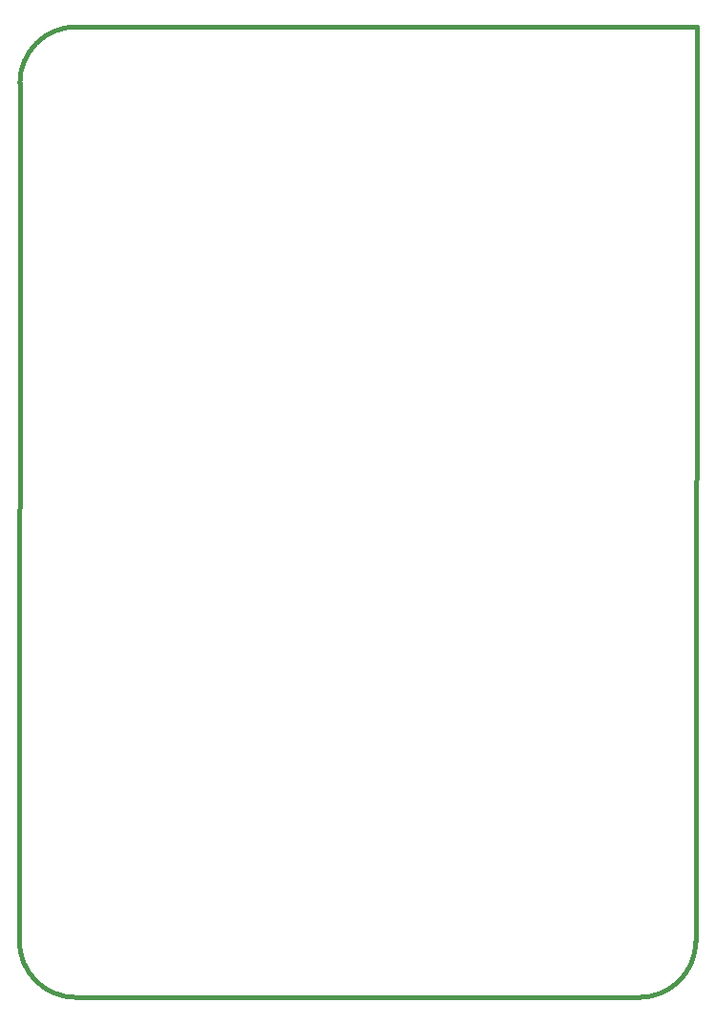
<source format=gbr>
%TF.GenerationSoftware,KiCad,Pcbnew,8.0.5*%
%TF.CreationDate,2025-11-10T20:55:43-03:00*%
%TF.ProjectId,sfp_moduloIC,7366705f-6d6f-4647-956c-6f49432e6b69,v2.0*%
%TF.SameCoordinates,Original*%
%TF.FileFunction,Profile,NP*%
%FSLAX46Y46*%
G04 Gerber Fmt 4.6, Leading zero omitted, Abs format (unit mm)*
G04 Created by KiCad (PCBNEW 8.0.5) date 2025-11-10 20:55:43*
%MOMM*%
%LPD*%
G01*
G04 APERTURE LIST*
%TA.AperFunction,Profile*%
%ADD10C,0.400000*%
%TD*%
G04 APERTURE END LIST*
D10*
X120309536Y-136968266D02*
G75*
G02*
X115309534Y-131968266I-36J4999966D01*
G01*
X170309536Y-136968266D02*
X120309536Y-136968266D01*
X115355536Y-55941266D02*
X115309536Y-131968266D01*
X175309536Y-131968266D02*
X175370001Y-50941266D01*
X175309536Y-131968266D02*
G75*
G02*
X170309536Y-136968236I-5000036J66D01*
G01*
X115355536Y-55941266D02*
G75*
G02*
X120355536Y-50941266I5000004J-4D01*
G01*
X120355536Y-50941266D02*
X175370001Y-50941266D01*
M02*

</source>
